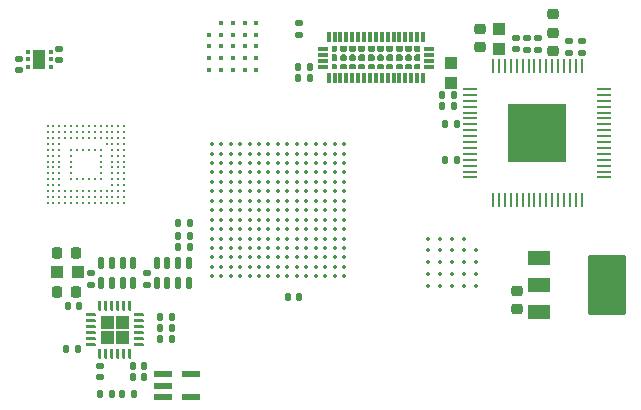
<source format=gtp>
%TF.GenerationSoftware,KiCad,Pcbnew,9.0.6-9.0.6~ubuntu24.04.1*%
%TF.CreationDate,2025-11-02T16:26:54+01:00*%
%TF.ProjectId,BB3plus CM5 STM32H7 module,42423370-6c75-4732-9043-4d352053544d,rev?*%
%TF.SameCoordinates,Original*%
%TF.FileFunction,Paste,Top*%
%TF.FilePolarity,Positive*%
%FSLAX46Y46*%
G04 Gerber Fmt 4.6, Leading zero omitted, Abs format (unit mm)*
G04 Created by KiCad (PCBNEW 9.0.6-9.0.6~ubuntu24.04.1) date 2025-11-02 16:26:54*
%MOMM*%
%LPD*%
G01*
G04 APERTURE LIST*
G04 Aperture macros list*
%AMRoundRect*
0 Rectangle with rounded corners*
0 $1 Rounding radius*
0 $2 $3 $4 $5 $6 $7 $8 $9 X,Y pos of 4 corners*
0 Add a 4 corners polygon primitive as box body*
4,1,4,$2,$3,$4,$5,$6,$7,$8,$9,$2,$3,0*
0 Add four circle primitives for the rounded corners*
1,1,$1+$1,$2,$3*
1,1,$1+$1,$4,$5*
1,1,$1+$1,$6,$7*
1,1,$1+$1,$8,$9*
0 Add four rect primitives between the rounded corners*
20,1,$1+$1,$2,$3,$4,$5,0*
20,1,$1+$1,$4,$5,$6,$7,0*
20,1,$1+$1,$6,$7,$8,$9,0*
20,1,$1+$1,$8,$9,$2,$3,0*%
G04 Aperture macros list end*
%ADD10C,0.000000*%
%ADD11RoundRect,0.225000X-0.225000X-0.250000X0.225000X-0.250000X0.225000X0.250000X-0.225000X0.250000X0*%
%ADD12RoundRect,0.135000X0.135000X0.185000X-0.135000X0.185000X-0.135000X-0.185000X0.135000X-0.185000X0*%
%ADD13RoundRect,0.140000X0.140000X0.170000X-0.140000X0.170000X-0.140000X-0.170000X0.140000X-0.170000X0*%
%ADD14RoundRect,0.050800X0.499200X-0.449200X0.499200X0.449200X-0.499200X0.449200X-0.499200X-0.449200X0*%
%ADD15RoundRect,0.140000X-0.140000X-0.170000X0.140000X-0.170000X0.140000X0.170000X-0.140000X0.170000X0*%
%ADD16RoundRect,0.135000X-0.185000X0.135000X-0.185000X-0.135000X0.185000X-0.135000X0.185000X0.135000X0*%
%ADD17RoundRect,0.140000X0.170000X-0.140000X0.170000X0.140000X-0.170000X0.140000X-0.170000X-0.140000X0*%
%ADD18C,0.355600*%
%ADD19R,0.228600X1.143000*%
%ADD20R,1.143000X0.228600*%
%ADD21R,5.000000X5.000000*%
%ADD22RoundRect,0.225000X-0.250000X0.225000X-0.250000X-0.225000X0.250000X-0.225000X0.250000X0.225000X0*%
%ADD23C,0.370000*%
%ADD24R,0.300000X0.850000*%
%ADD25R,0.850000X0.300000*%
%ADD26RoundRect,0.135000X0.185000X-0.135000X0.185000X0.135000X-0.185000X0.135000X-0.185000X-0.135000X0*%
%ADD27C,0.228600*%
%ADD28RoundRect,0.225000X0.225000X0.250000X-0.225000X0.250000X-0.225000X-0.250000X0.225000X-0.250000X0*%
%ADD29RoundRect,0.050800X-0.901700X-0.520700X0.901700X-0.520700X0.901700X0.520700X-0.901700X0.520700X0*%
%ADD30RoundRect,0.050800X-1.536700X-2.489200X1.536700X-2.489200X1.536700X2.489200X-1.536700X2.489200X0*%
%ADD31RoundRect,0.140000X-0.170000X0.140000X-0.170000X-0.140000X0.170000X-0.140000X0.170000X0.140000X0*%
%ADD32RoundRect,0.135000X-0.135000X-0.185000X0.135000X-0.185000X0.135000X0.185000X-0.135000X0.185000X0*%
%ADD33R,0.449999X0.299999*%
%ADD34R,1.000000X1.599999*%
%ADD35RoundRect,0.050800X0.199200X0.449200X-0.199200X0.449200X-0.199200X-0.449200X0.199200X-0.449200X0*%
%ADD36RoundRect,0.050800X-0.685800X-0.228600X0.685800X-0.228600X0.685800X0.228600X-0.685800X0.228600X0*%
%ADD37RoundRect,0.050800X-0.449200X-0.499200X0.449200X-0.499200X0.449200X0.499200X-0.449200X0.499200X0*%
%ADD38RoundRect,0.225000X0.250000X-0.225000X0.250000X0.225000X-0.250000X0.225000X-0.250000X-0.225000X0*%
%ADD39RoundRect,0.050800X-0.076200X-0.381000X0.076200X-0.381000X0.076200X0.381000X-0.076200X0.381000X0*%
%ADD40RoundRect,0.050800X-0.381000X0.076200X-0.381000X-0.076200X0.381000X-0.076200X0.381000X0.076200X0*%
G04 APERTURE END LIST*
D10*
%TO.C,IC9*%
G36*
X124160400Y-81144879D02*
G01*
X124018979Y-81286300D01*
X123709930Y-81286300D01*
X123709930Y-80829930D01*
X124160400Y-80829930D01*
X124160400Y-81144879D01*
G37*
G36*
X124160400Y-82415121D02*
G01*
X124160400Y-82730070D01*
X123709930Y-82730070D01*
X123709930Y-82273700D01*
X124018979Y-82273700D01*
X124160400Y-82415121D01*
G37*
G36*
X131110070Y-81286300D02*
G01*
X130801021Y-81286300D01*
X130659600Y-81144879D01*
X130659600Y-80829930D01*
X131110070Y-80829930D01*
X131110070Y-81286300D01*
G37*
G36*
X131110070Y-82730070D02*
G01*
X130659600Y-82730070D01*
X130659600Y-82415121D01*
X130801021Y-82273700D01*
X131110070Y-82273700D01*
X131110070Y-82730070D01*
G37*
G36*
X124160400Y-81627721D02*
G01*
X124160400Y-81932279D01*
X124018979Y-82073700D01*
X123709930Y-82073700D01*
X123709930Y-81486300D01*
X124018979Y-81486300D01*
X124160400Y-81627721D01*
G37*
G36*
X124947800Y-81144879D02*
G01*
X124806379Y-81286300D01*
X124501821Y-81286300D01*
X124360400Y-81144879D01*
X124360400Y-80829930D01*
X124947800Y-80829930D01*
X124947800Y-81144879D01*
G37*
G36*
X124947800Y-82415121D02*
G01*
X124947800Y-82730070D01*
X124360400Y-82730070D01*
X124360400Y-82415121D01*
X124501821Y-82273700D01*
X124806379Y-82273700D01*
X124947800Y-82415121D01*
G37*
G36*
X125735200Y-81144879D02*
G01*
X125593779Y-81286300D01*
X125289221Y-81286300D01*
X125147800Y-81144879D01*
X125147800Y-80829930D01*
X125735200Y-80829930D01*
X125735200Y-81144879D01*
G37*
G36*
X125735200Y-82415121D02*
G01*
X125735200Y-82730070D01*
X125147800Y-82730070D01*
X125147800Y-82415121D01*
X125289221Y-82273700D01*
X125593779Y-82273700D01*
X125735200Y-82415121D01*
G37*
G36*
X126522600Y-81144879D02*
G01*
X126381179Y-81286300D01*
X126076621Y-81286300D01*
X125935200Y-81144879D01*
X125935200Y-80829930D01*
X126522600Y-80829930D01*
X126522600Y-81144879D01*
G37*
G36*
X126522600Y-82415121D02*
G01*
X126522600Y-82730070D01*
X125935200Y-82730070D01*
X125935200Y-82415121D01*
X126076621Y-82273700D01*
X126381179Y-82273700D01*
X126522600Y-82415121D01*
G37*
G36*
X127310000Y-81144879D02*
G01*
X127168579Y-81286300D01*
X126864021Y-81286300D01*
X126722600Y-81144879D01*
X126722600Y-80829930D01*
X127310000Y-80829930D01*
X127310000Y-81144879D01*
G37*
G36*
X127310000Y-82415121D02*
G01*
X127310000Y-82730070D01*
X126722600Y-82730070D01*
X126722600Y-82415121D01*
X126864021Y-82273700D01*
X127168579Y-82273700D01*
X127310000Y-82415121D01*
G37*
G36*
X128097400Y-81144879D02*
G01*
X127955979Y-81286300D01*
X127651421Y-81286300D01*
X127510000Y-81144879D01*
X127510000Y-80829930D01*
X128097400Y-80829930D01*
X128097400Y-81144879D01*
G37*
G36*
X128097400Y-82415121D02*
G01*
X128097400Y-82730070D01*
X127510000Y-82730070D01*
X127510000Y-82415121D01*
X127651421Y-82273700D01*
X127955979Y-82273700D01*
X128097400Y-82415121D01*
G37*
G36*
X128884800Y-81144879D02*
G01*
X128743379Y-81286300D01*
X128438821Y-81286300D01*
X128297400Y-81144879D01*
X128297400Y-80829930D01*
X128884800Y-80829930D01*
X128884800Y-81144879D01*
G37*
G36*
X128884800Y-82415121D02*
G01*
X128884800Y-82730070D01*
X128297400Y-82730070D01*
X128297400Y-82415121D01*
X128438821Y-82273700D01*
X128743379Y-82273700D01*
X128884800Y-82415121D01*
G37*
G36*
X129672200Y-81144879D02*
G01*
X129530779Y-81286300D01*
X129226221Y-81286300D01*
X129084800Y-81144879D01*
X129084800Y-80829930D01*
X129672200Y-80829930D01*
X129672200Y-81144879D01*
G37*
G36*
X129672200Y-82415121D02*
G01*
X129672200Y-82730070D01*
X129084800Y-82730070D01*
X129084800Y-82415121D01*
X129226221Y-82273700D01*
X129530779Y-82273700D01*
X129672200Y-82415121D01*
G37*
G36*
X130459600Y-81144879D02*
G01*
X130318179Y-81286300D01*
X130013621Y-81286300D01*
X129872200Y-81144879D01*
X129872200Y-80829930D01*
X130459600Y-80829930D01*
X130459600Y-81144879D01*
G37*
G36*
X130459600Y-82415121D02*
G01*
X130459600Y-82730070D01*
X129872200Y-82730070D01*
X129872200Y-82415121D01*
X130013621Y-82273700D01*
X130318179Y-82273700D01*
X130459600Y-82415121D01*
G37*
G36*
X131110070Y-82073700D02*
G01*
X130801021Y-82073700D01*
X130659600Y-81932279D01*
X130659600Y-81627721D01*
X130801021Y-81486300D01*
X131110070Y-81486300D01*
X131110070Y-82073700D01*
G37*
G36*
X124947800Y-81627721D02*
G01*
X124947800Y-81932279D01*
X124806379Y-82073700D01*
X124501821Y-82073700D01*
X124360400Y-81932279D01*
X124360400Y-81627721D01*
X124501821Y-81486300D01*
X124806379Y-81486300D01*
X124947800Y-81627721D01*
G37*
G36*
X125735200Y-81627721D02*
G01*
X125735200Y-81932279D01*
X125593779Y-82073700D01*
X125289221Y-82073700D01*
X125147800Y-81932279D01*
X125147800Y-81627721D01*
X125289221Y-81486300D01*
X125593779Y-81486300D01*
X125735200Y-81627721D01*
G37*
G36*
X126522600Y-81627721D02*
G01*
X126522600Y-81932279D01*
X126381179Y-82073700D01*
X126076621Y-82073700D01*
X125935200Y-81932279D01*
X125935200Y-81627721D01*
X126076621Y-81486300D01*
X126381179Y-81486300D01*
X126522600Y-81627721D01*
G37*
G36*
X127310000Y-81627721D02*
G01*
X127310000Y-81932279D01*
X127168579Y-82073700D01*
X126864021Y-82073700D01*
X126722600Y-81932279D01*
X126722600Y-81627721D01*
X126864021Y-81486300D01*
X127168579Y-81486300D01*
X127310000Y-81627721D01*
G37*
G36*
X128097400Y-81627721D02*
G01*
X128097400Y-81932279D01*
X127955979Y-82073700D01*
X127651421Y-82073700D01*
X127510000Y-81932279D01*
X127510000Y-81627721D01*
X127651421Y-81486300D01*
X127955979Y-81486300D01*
X128097400Y-81627721D01*
G37*
G36*
X128884800Y-81627721D02*
G01*
X128884800Y-81932279D01*
X128743379Y-82073700D01*
X128438821Y-82073700D01*
X128297400Y-81932279D01*
X128297400Y-81627721D01*
X128438821Y-81486300D01*
X128743379Y-81486300D01*
X128884800Y-81627721D01*
G37*
G36*
X129672200Y-81627721D02*
G01*
X129672200Y-81932279D01*
X129530779Y-82073700D01*
X129226221Y-82073700D01*
X129084800Y-81932279D01*
X129084800Y-81627721D01*
X129226221Y-81486300D01*
X129530779Y-81486300D01*
X129672200Y-81627721D01*
G37*
G36*
X130459600Y-81627721D02*
G01*
X130459600Y-81932279D01*
X130318179Y-82073700D01*
X130013621Y-82073700D01*
X129872200Y-81932279D01*
X129872200Y-81627721D01*
X130013621Y-81486300D01*
X130318179Y-81486300D01*
X130459600Y-81627721D01*
G37*
%TO.C,IC4*%
G36*
X99355559Y-81120940D02*
G01*
X99364752Y-81123729D01*
X99373223Y-81128258D01*
X99380647Y-81134352D01*
X99386740Y-81141776D01*
X99391269Y-81150247D01*
X99394058Y-81159439D01*
X99395001Y-81169000D01*
X99395001Y-81771000D01*
X99394058Y-81780561D01*
X99391269Y-81789753D01*
X99386740Y-81798224D01*
X99380647Y-81805648D01*
X99373223Y-81811742D01*
X99364752Y-81816270D01*
X99355559Y-81819059D01*
X99345999Y-81820002D01*
X98443999Y-81820002D01*
X98434439Y-81819059D01*
X98425246Y-81816270D01*
X98416775Y-81811742D01*
X98409351Y-81805648D01*
X98403258Y-81798224D01*
X98398729Y-81789753D01*
X98395940Y-81780561D01*
X98394997Y-81771000D01*
X98394997Y-81169000D01*
X98395940Y-81159439D01*
X98398729Y-81150247D01*
X98403258Y-81141776D01*
X98409351Y-81134352D01*
X98416775Y-81128258D01*
X98425246Y-81123729D01*
X98434439Y-81120940D01*
X98443999Y-81120001D01*
X99345999Y-81120001D01*
X99355559Y-81120940D01*
G37*
G36*
X99355559Y-82020939D02*
G01*
X99364752Y-82023728D01*
X99373223Y-82028256D01*
X99380647Y-82034350D01*
X99386740Y-82041774D01*
X99391269Y-82050245D01*
X99394058Y-82059437D01*
X99395001Y-82068998D01*
X99395001Y-82670998D01*
X99394058Y-82680559D01*
X99391269Y-82689751D01*
X99386740Y-82698222D01*
X99380647Y-82705646D01*
X99373223Y-82711740D01*
X99364752Y-82716269D01*
X99355559Y-82719058D01*
X99345999Y-82719997D01*
X98443999Y-82719997D01*
X98434439Y-82719058D01*
X98425246Y-82716269D01*
X98416775Y-82711740D01*
X98409351Y-82705646D01*
X98403258Y-82698222D01*
X98398729Y-82689751D01*
X98395940Y-82680559D01*
X98394997Y-82670998D01*
X98394997Y-82068998D01*
X98395940Y-82059437D01*
X98398729Y-82050245D01*
X98403258Y-82041774D01*
X98409351Y-82034350D01*
X98416775Y-82028256D01*
X98425246Y-82023728D01*
X98434439Y-82020939D01*
X98443999Y-82019996D01*
X99345999Y-82019996D01*
X99355559Y-82020939D01*
G37*
%TO.C,IC6*%
G36*
X105242700Y-104752700D02*
G01*
X104121900Y-104752700D01*
X104121900Y-103631900D01*
X105242700Y-103631900D01*
X105242700Y-104752700D01*
G37*
G36*
X105242700Y-106048100D02*
G01*
X104121900Y-106048100D01*
X104121900Y-104927300D01*
X105242700Y-104927300D01*
X105242700Y-106048100D01*
G37*
G36*
X106538100Y-104752700D02*
G01*
X105417300Y-104752700D01*
X105417300Y-103631900D01*
X106538100Y-103631900D01*
X106538100Y-104752700D01*
G37*
G36*
X106538100Y-106048100D02*
G01*
X105417300Y-106048100D01*
X105417300Y-104927300D01*
X106538100Y-104927300D01*
X106538100Y-106048100D01*
G37*
%TD*%
D11*
%TO.C,C54*%
X101995000Y-98320000D03*
X100445000Y-98320000D03*
%TD*%
D12*
%TO.C,R21*%
X132980000Y-85850000D03*
X134000000Y-85850000D03*
%TD*%
D13*
%TO.C,C61*%
X133040000Y-84926801D03*
X134000000Y-84926801D03*
%TD*%
D12*
%TO.C,R2*%
X111700000Y-96890000D03*
X110680000Y-96890000D03*
%TD*%
D14*
%TO.C,FB4*%
X133790000Y-83910000D03*
X133790000Y-82210000D03*
%TD*%
D15*
%TO.C,C6*%
X119940000Y-102020000D03*
X120900000Y-102020000D03*
%TD*%
D16*
%TO.C,R6*%
X108010000Y-100000000D03*
X108010000Y-101020000D03*
%TD*%
D17*
%TO.C,C5*%
X100600000Y-82000000D03*
X100600000Y-81040000D03*
%TD*%
D13*
%TO.C,C62*%
X134265300Y-87416801D03*
X133305300Y-87416801D03*
%TD*%
D18*
%TO.C,IC7*%
X135849994Y-98095000D03*
X135849994Y-99095000D03*
X135849994Y-100095000D03*
X135849994Y-101095000D03*
X134849996Y-97095000D03*
X134849996Y-98095000D03*
X134849996Y-99095000D03*
X134849996Y-100095000D03*
X134849996Y-101095000D03*
X133849998Y-97095000D03*
X133849998Y-98095000D03*
X133849998Y-99095000D03*
X133849998Y-100095000D03*
X133849998Y-101095000D03*
X132850000Y-97095000D03*
X132850000Y-98095000D03*
X132850000Y-99095000D03*
X132850000Y-100095000D03*
X132850000Y-101095000D03*
X131850002Y-97095000D03*
X131850002Y-98095000D03*
X131850002Y-99095000D03*
X131850002Y-100095000D03*
X131850002Y-101095000D03*
%TD*%
D19*
%TO.C,IC8*%
X144840000Y-82493100D03*
X144340001Y-82493100D03*
X143840000Y-82493100D03*
X143340001Y-82493100D03*
X142839999Y-82493100D03*
X142340000Y-82493100D03*
X141840001Y-82493100D03*
X141340000Y-82493100D03*
X140840000Y-82493100D03*
X140339999Y-82493100D03*
X139840000Y-82493100D03*
X139340001Y-82493100D03*
X138839999Y-82493100D03*
X138340000Y-82493100D03*
X137839999Y-82493100D03*
X137340000Y-82493100D03*
D20*
X135413100Y-84420000D03*
X135413100Y-84919999D03*
X135413100Y-85420000D03*
X135413100Y-85919999D03*
X135413100Y-86420001D03*
X135413100Y-86920000D03*
X135413100Y-87419999D03*
X135413100Y-87920000D03*
X135413100Y-88420000D03*
X135413100Y-88920001D03*
X135413100Y-89420000D03*
X135413100Y-89919999D03*
X135413100Y-90420001D03*
X135413100Y-90920000D03*
X135413100Y-91420001D03*
X135413100Y-91920000D03*
D19*
X137340000Y-93846900D03*
X137839999Y-93846900D03*
X138340000Y-93846900D03*
X138839999Y-93846900D03*
X139340001Y-93846900D03*
X139840000Y-93846900D03*
X140339999Y-93846900D03*
X140840000Y-93846900D03*
X141340000Y-93846900D03*
X141840001Y-93846900D03*
X142340000Y-93846900D03*
X142839999Y-93846900D03*
X143340001Y-93846900D03*
X143840000Y-93846900D03*
X144340001Y-93846900D03*
X144840000Y-93846900D03*
D20*
X146766900Y-91920000D03*
X146766900Y-91420001D03*
X146766900Y-90920000D03*
X146766900Y-90420001D03*
X146766900Y-89919999D03*
X146766900Y-89420000D03*
X146766900Y-88920001D03*
X146766900Y-88420000D03*
X146766900Y-87920000D03*
X146766900Y-87419999D03*
X146766900Y-86920000D03*
X146766900Y-86420001D03*
X146766900Y-85919999D03*
X146766900Y-85420000D03*
X146766900Y-84919999D03*
X146766900Y-84420000D03*
D21*
X141090000Y-88170000D03*
%TD*%
D17*
%TO.C,C60*%
X144845300Y-81346801D03*
X144845300Y-80386801D03*
%TD*%
D22*
%TO.C,C1*%
X139347076Y-101520000D03*
X139347076Y-103070000D03*
%TD*%
D14*
%TO.C,FB3*%
X137870000Y-81070000D03*
X137870000Y-79370000D03*
%TD*%
D23*
%TO.C,IC10*%
X114300000Y-78830000D03*
X115300000Y-78830000D03*
X116300000Y-78830000D03*
X117300000Y-78830000D03*
X113300000Y-79830000D03*
X114300000Y-79830000D03*
X115300000Y-79830000D03*
X116300000Y-79830000D03*
X117300000Y-79830000D03*
X113300000Y-80830000D03*
X114300000Y-80830000D03*
X115300000Y-80830000D03*
X116300000Y-80830000D03*
X117300000Y-80830000D03*
X113300000Y-81830000D03*
X114300000Y-81830000D03*
X115300000Y-81830000D03*
X116300000Y-81830000D03*
X117300000Y-81830000D03*
X113300000Y-82830000D03*
X114300000Y-82830000D03*
X115300000Y-82830000D03*
X116300000Y-82830000D03*
X117300000Y-82830000D03*
%TD*%
D24*
%TO.C,IC9*%
X123410000Y-83505000D03*
X123909999Y-83505000D03*
X124410001Y-83505000D03*
X124910000Y-83505000D03*
X125409999Y-83505000D03*
X125910000Y-83505000D03*
X126409999Y-83505000D03*
X126910001Y-83505000D03*
X127410000Y-83505000D03*
X127909999Y-83505000D03*
X128410001Y-83505000D03*
X128910000Y-83505000D03*
X129410001Y-83505000D03*
X129910000Y-83505000D03*
X130409999Y-83505000D03*
X130910001Y-83505000D03*
X131410000Y-83505000D03*
D25*
X131885000Y-82530189D03*
X131885000Y-82030063D03*
X131885000Y-81529937D03*
X131885000Y-81029811D03*
D24*
X131410000Y-80055000D03*
X130910001Y-80055000D03*
X130409999Y-80055000D03*
X129910000Y-80055000D03*
X129410001Y-80055000D03*
X128910000Y-80055000D03*
X128410001Y-80055000D03*
X127909999Y-80055000D03*
X127410000Y-80055000D03*
X126910001Y-80055000D03*
X126409999Y-80055000D03*
X125910000Y-80055000D03*
X125409999Y-80055000D03*
X124910000Y-80055000D03*
X124410001Y-80055000D03*
X123909999Y-80055000D03*
X123410000Y-80055000D03*
D25*
X122935000Y-81029811D03*
X122935000Y-81529937D03*
X122935000Y-82030063D03*
X122935000Y-82530189D03*
%TD*%
D16*
%TO.C,R10*%
X103320700Y-100000000D03*
X103320700Y-101020000D03*
%TD*%
D13*
%TO.C,C68*%
X121820000Y-82580000D03*
X120860000Y-82580000D03*
%TD*%
%TO.C,C50*%
X107810700Y-108830000D03*
X106850700Y-108830000D03*
%TD*%
D26*
%TO.C,R22*%
X141120000Y-81090000D03*
X141120000Y-80070000D03*
%TD*%
D27*
%TO.C,IC5*%
X106110819Y-87569181D03*
X105610693Y-87569181D03*
X105110567Y-87569181D03*
X104610441Y-87569181D03*
X104110315Y-87569181D03*
X103610189Y-87569181D03*
X103110063Y-87569181D03*
X102609937Y-87569181D03*
X102109811Y-87569181D03*
X101609685Y-87569181D03*
X101109559Y-87569181D03*
X100609433Y-87569181D03*
X100109307Y-87569181D03*
X99609181Y-87569181D03*
X106110819Y-88069307D03*
X104610441Y-88069307D03*
X104110315Y-88069307D03*
X103610189Y-88069307D03*
X103110063Y-88069307D03*
X102609937Y-88069307D03*
X102109811Y-88069307D03*
X101609685Y-88069307D03*
X101109559Y-88069307D03*
X100609433Y-88069307D03*
X99609181Y-88069307D03*
X105110567Y-88569433D03*
X104610441Y-88569433D03*
X104110315Y-88569433D03*
X103610189Y-88569433D03*
X102609937Y-88569433D03*
X102109811Y-88569433D03*
X101609685Y-88569433D03*
X101109559Y-88569433D03*
X100609433Y-88569433D03*
X100109307Y-88569433D03*
X104610441Y-89069559D03*
X105110567Y-89569685D03*
X100109307Y-90069811D03*
X105610693Y-90569937D03*
X105110567Y-90569937D03*
X100609433Y-90569937D03*
X100109307Y-90569937D03*
X106110819Y-91070063D03*
X105610693Y-91070063D03*
X105110567Y-91070063D03*
X100609433Y-91070063D03*
X100109307Y-91070063D03*
X99609181Y-91070063D03*
X106110819Y-91570189D03*
X105610693Y-91570189D03*
X105110567Y-91570189D03*
X100609433Y-91570189D03*
X100109307Y-91570189D03*
X99609181Y-91570189D03*
X106110819Y-92070315D03*
X105610693Y-92070315D03*
X105110567Y-92070315D03*
X100609433Y-92070315D03*
X100109307Y-92070315D03*
X106110819Y-92570441D03*
X105610693Y-92570441D03*
X105110567Y-92570441D03*
X100609433Y-92570441D03*
X100109307Y-92570441D03*
X99609181Y-92570441D03*
X106110819Y-93070567D03*
X105610693Y-93070567D03*
X105110567Y-93070567D03*
X104610441Y-93070567D03*
X104110315Y-93070567D03*
X103610189Y-93070567D03*
X103110063Y-93070567D03*
X102609937Y-93070567D03*
X102109811Y-93070567D03*
X101609685Y-93070567D03*
X101109559Y-93070567D03*
X100609433Y-93070567D03*
X100109307Y-93070567D03*
X99609181Y-93070567D03*
X106110819Y-93570693D03*
X105610693Y-93570693D03*
X105110567Y-93570693D03*
X104610441Y-93570693D03*
X104110315Y-93570693D03*
X103610189Y-93570693D03*
X103110063Y-93570693D03*
X102609937Y-93570693D03*
X102109811Y-93570693D03*
X101609685Y-93570693D03*
X101109559Y-93570693D03*
X100609433Y-93570693D03*
X100109307Y-93570693D03*
X99609181Y-93570693D03*
X106110819Y-94070819D03*
X105610693Y-94070819D03*
X105110567Y-94070819D03*
X104610441Y-94070819D03*
X104110315Y-94070819D03*
X103610189Y-94070819D03*
X103110063Y-94070819D03*
X102609937Y-94070819D03*
X102109811Y-94070819D03*
X101609685Y-94070819D03*
X101109559Y-94070819D03*
X100609433Y-94070819D03*
X100109307Y-94070819D03*
X99609181Y-94070819D03*
X106110819Y-88569433D03*
X106110819Y-89069559D03*
X106110819Y-89569685D03*
X106110819Y-90069811D03*
X106110819Y-90569937D03*
X105610693Y-88069307D03*
X105610693Y-88569433D03*
X105610693Y-89069559D03*
X105610693Y-89569685D03*
X105610693Y-90069811D03*
X105110567Y-88069307D03*
X105110567Y-89069559D03*
X105110567Y-90069811D03*
X104110315Y-89569685D03*
X104110315Y-90069811D03*
X104110315Y-90569937D03*
X104110315Y-91070063D03*
X104110315Y-91570189D03*
X104110315Y-92070315D03*
X103610189Y-89569685D03*
X103610189Y-92070315D03*
X103110063Y-88569433D03*
X103110063Y-89569685D03*
X103110063Y-92070315D03*
X102609937Y-89569685D03*
X102609937Y-92070315D03*
X102109811Y-89569685D03*
X102109811Y-92070315D03*
X101609685Y-89569685D03*
X101609685Y-90069811D03*
X101609685Y-90569937D03*
X101609685Y-91070063D03*
X101609685Y-91570189D03*
X101609685Y-92070315D03*
X100609433Y-89069559D03*
X100609433Y-89569685D03*
X100609433Y-90069811D03*
X100109307Y-88069307D03*
X100109307Y-89069559D03*
X100109307Y-89569685D03*
X99609181Y-88569433D03*
X99609181Y-89069559D03*
X99609181Y-89569685D03*
X99609181Y-90069811D03*
X99609181Y-90569937D03*
X99609181Y-92070315D03*
%TD*%
D28*
%TO.C,C53*%
X102002000Y-101610000D03*
X100452000Y-101610000D03*
%TD*%
D15*
%TO.C,C49*%
X106850700Y-107910000D03*
X107810700Y-107910000D03*
%TD*%
D29*
%TO.C,IC1*%
X141207076Y-98718600D03*
X141207076Y-101030000D03*
X141207076Y-103341400D03*
D30*
X146972876Y-101030000D03*
%TD*%
D31*
%TO.C,C51*%
X104040000Y-107880000D03*
X104040000Y-108840000D03*
%TD*%
D32*
%TO.C,R9*%
X109120000Y-105580000D03*
X110140000Y-105580000D03*
%TD*%
D12*
%TO.C,R12*%
X106940000Y-110240000D03*
X105920000Y-110240000D03*
%TD*%
D13*
%TO.C,C52*%
X102290000Y-102810000D03*
X101330000Y-102810000D03*
%TD*%
D33*
%TO.C,IC4*%
X99869998Y-82570000D03*
X99869998Y-81919999D03*
X99869998Y-81270000D03*
X97920000Y-81270000D03*
X97920000Y-81919999D03*
X97920000Y-82570000D03*
D34*
X98894999Y-81919999D03*
%TD*%
D35*
%TO.C,RN2*%
X111550000Y-99130000D03*
X110650000Y-99130000D03*
X109750000Y-99130000D03*
X108850000Y-99130000D03*
X108850000Y-100830000D03*
X109750000Y-100830000D03*
X110650000Y-100830000D03*
X111550000Y-100830000D03*
%TD*%
D13*
%TO.C,C67*%
X121820000Y-83500000D03*
X120860000Y-83500000D03*
%TD*%
D26*
%TO.C,R20*%
X143770000Y-81390000D03*
X143770000Y-80370000D03*
%TD*%
D12*
%TO.C,R1*%
X111700000Y-97840000D03*
X110680000Y-97840000D03*
%TD*%
D17*
%TO.C,C2*%
X97190000Y-82810000D03*
X97190000Y-81850000D03*
%TD*%
D36*
%TO.C,IC2*%
X109380000Y-108600000D03*
X109380000Y-109550000D03*
X109380000Y-110500000D03*
X111767600Y-110500000D03*
X111767600Y-108600000D03*
%TD*%
D16*
%TO.C,R24*%
X120910000Y-78820000D03*
X120910000Y-79840000D03*
%TD*%
D13*
%TO.C,C64*%
X134265300Y-90406801D03*
X133305300Y-90406801D03*
%TD*%
D12*
%TO.C,R11*%
X102160000Y-106440000D03*
X101140000Y-106440000D03*
%TD*%
D32*
%TO.C,R8*%
X109120000Y-104640000D03*
X110140000Y-104640000D03*
%TD*%
D37*
%TO.C,FB2*%
X100453000Y-99960000D03*
X102153000Y-99960000D03*
%TD*%
D38*
%TO.C,JP1*%
X142410000Y-81220000D03*
X142410000Y-79670000D03*
X142410000Y-78120000D03*
%TD*%
D39*
%TO.C,IC6*%
X104080000Y-106859300D03*
X104580000Y-106859300D03*
X105080000Y-106859300D03*
X105580000Y-106859300D03*
X106080000Y-106859300D03*
X106580000Y-106859300D03*
D40*
X107349300Y-106090000D03*
X107349300Y-105590000D03*
X107349300Y-105090000D03*
X107349300Y-104590000D03*
X107349300Y-104090000D03*
X107349300Y-103590000D03*
D39*
X106580000Y-102820700D03*
X106080000Y-102820700D03*
X105580000Y-102820700D03*
X105080000Y-102820700D03*
X104580000Y-102820700D03*
X104080000Y-102820700D03*
D40*
X103310700Y-103590000D03*
X103310700Y-104090000D03*
X103310700Y-104590000D03*
X103310700Y-105090000D03*
X103310700Y-105590000D03*
X103310700Y-106090000D03*
%TD*%
D16*
%TO.C,R19*%
X140184700Y-80070000D03*
X140184700Y-81090000D03*
%TD*%
D22*
%TO.C,C66*%
X136220000Y-79360000D03*
X136220000Y-80910000D03*
%TD*%
D32*
%TO.C,R13*%
X104060000Y-110240000D03*
X105080000Y-110240000D03*
%TD*%
D12*
%TO.C,R3*%
X111710000Y-95760000D03*
X110690000Y-95760000D03*
%TD*%
%TO.C,R7*%
X110140000Y-103700000D03*
X109120000Y-103700000D03*
%TD*%
D35*
%TO.C,RN1*%
X106860000Y-99130000D03*
X105960000Y-99130000D03*
X105060000Y-99130000D03*
X104160000Y-99130000D03*
X104160000Y-100830000D03*
X105060000Y-100830000D03*
X105960000Y-100830000D03*
X106860000Y-100830000D03*
%TD*%
D17*
%TO.C,C63*%
X139260000Y-81040000D03*
X139260000Y-80080000D03*
%TD*%
D18*
%TO.C,IC3*%
X113520003Y-100293012D03*
X113520003Y-99493012D03*
X113520003Y-98693013D03*
X113520003Y-97893013D03*
X113520003Y-97093013D03*
X113520003Y-96293013D03*
X113520003Y-95493013D03*
X113520003Y-94693013D03*
X113520003Y-93893013D03*
X113520003Y-93093013D03*
X113520003Y-92293013D03*
X113520003Y-91493013D03*
X113520003Y-90693013D03*
X113520003Y-89893014D03*
X113520003Y-89093014D03*
X114320003Y-100293012D03*
X114320003Y-99493012D03*
X114320003Y-98693013D03*
X114320003Y-97893013D03*
X114320003Y-97093013D03*
X114320003Y-96293013D03*
X114320003Y-95493013D03*
X114320003Y-94693013D03*
X114320003Y-93893013D03*
X114320003Y-93093013D03*
X114320003Y-92293013D03*
X114320003Y-91493013D03*
X114320003Y-90693013D03*
X114320003Y-89893014D03*
X114320003Y-89093014D03*
X115120002Y-100293012D03*
X115120002Y-99493012D03*
X115120002Y-98693013D03*
X115120002Y-97893013D03*
X115120002Y-97093013D03*
X115120002Y-96293013D03*
X115120002Y-95493013D03*
X115120002Y-94693013D03*
X115120002Y-93893013D03*
X115120002Y-93093013D03*
X115120002Y-92293013D03*
X115120002Y-91493013D03*
X115120002Y-90693013D03*
X115120002Y-89893014D03*
X115120002Y-89093014D03*
X115920002Y-100293012D03*
X115920002Y-99493012D03*
X115920002Y-98693013D03*
X115920002Y-97893013D03*
X115920002Y-97093013D03*
X115920002Y-96293013D03*
X115920002Y-95493013D03*
X115920002Y-94693013D03*
X115920002Y-93893013D03*
X115920002Y-93093013D03*
X115920002Y-92293013D03*
X115920002Y-91493013D03*
X115920002Y-90693013D03*
X115920002Y-89893014D03*
X115920002Y-89093014D03*
X116720002Y-100293012D03*
X116720002Y-99493012D03*
X116720002Y-98693013D03*
X116720002Y-97893013D03*
X116720002Y-97093013D03*
X116720002Y-96293013D03*
X116720002Y-95493013D03*
X116720002Y-94693013D03*
X116720002Y-93893013D03*
X116720002Y-93093013D03*
X116720002Y-92293013D03*
X116720002Y-91493013D03*
X116720002Y-90693013D03*
X116720002Y-89893014D03*
X116720002Y-89093014D03*
X117520002Y-100293012D03*
X117520002Y-99493012D03*
X117520002Y-98693013D03*
X117520002Y-97893013D03*
X117520002Y-97093013D03*
X117520002Y-96293013D03*
X117520002Y-95493013D03*
X117520002Y-94693013D03*
X117520002Y-93893013D03*
X117520002Y-93093013D03*
X117520002Y-92293013D03*
X117520002Y-91493013D03*
X117520002Y-90693013D03*
X117520002Y-89893014D03*
X117520002Y-89093014D03*
X118320002Y-100293012D03*
X118320002Y-99493012D03*
X118320002Y-98693013D03*
X118320002Y-97893013D03*
X118320002Y-97093013D03*
X118320002Y-96293013D03*
X118320002Y-95493013D03*
X118320002Y-94693013D03*
X118320002Y-93893013D03*
X118320002Y-93093013D03*
X118320002Y-92293013D03*
X118320002Y-91493013D03*
X118320002Y-90693013D03*
X118320002Y-89893014D03*
X118320002Y-89093014D03*
X119120002Y-100293012D03*
X119120002Y-99493012D03*
X119120002Y-98693013D03*
X119120002Y-97893013D03*
X119120002Y-97093013D03*
X119120002Y-96293013D03*
X119120002Y-95493013D03*
X119120002Y-94693013D03*
X119120002Y-93893013D03*
X119120002Y-93093013D03*
X119120002Y-92293013D03*
X119120002Y-91493013D03*
X119120002Y-90693013D03*
X119120002Y-89893014D03*
X119120002Y-89093014D03*
X119920002Y-100293012D03*
X119920002Y-99493012D03*
X119920002Y-98693013D03*
X119920002Y-97893013D03*
X119920002Y-97093013D03*
X119920002Y-96293013D03*
X119920002Y-95493013D03*
X119920002Y-94693013D03*
X119920002Y-93893013D03*
X119920002Y-93093013D03*
X119920002Y-92293013D03*
X119920002Y-91493013D03*
X119920002Y-90693013D03*
X119920002Y-89893014D03*
X119920002Y-89093014D03*
X120720002Y-100293012D03*
X120720002Y-99493012D03*
X120720002Y-98693013D03*
X120720002Y-97893013D03*
X120720002Y-97093013D03*
X120720002Y-96293013D03*
X120720002Y-95493013D03*
X120720002Y-94693013D03*
X120720002Y-93893013D03*
X120720002Y-93093013D03*
X120720002Y-92293013D03*
X120720002Y-91493013D03*
X120720002Y-90693013D03*
X120720002Y-89893014D03*
X120720002Y-89093014D03*
X121520002Y-100293012D03*
X121520002Y-99493012D03*
X121520002Y-98693013D03*
X121520002Y-97893013D03*
X121520002Y-97093013D03*
X121520002Y-96293013D03*
X121520002Y-95493013D03*
X121520002Y-94693013D03*
X121520002Y-93893013D03*
X121520002Y-93093013D03*
X121520002Y-92293013D03*
X121520002Y-91493013D03*
X121520002Y-90693013D03*
X121520002Y-89893014D03*
X121520002Y-89093014D03*
X122320002Y-100293012D03*
X122320002Y-99493012D03*
X122320002Y-98693013D03*
X122320002Y-97893013D03*
X122320002Y-97093013D03*
X122320002Y-96293013D03*
X122320002Y-95493013D03*
X122320002Y-94693013D03*
X122320002Y-93893013D03*
X122320002Y-93093013D03*
X122320002Y-92293013D03*
X122320002Y-91493013D03*
X122320002Y-90693013D03*
X122320002Y-89893014D03*
X122320002Y-89093014D03*
X123120002Y-100293012D03*
X123120002Y-99493012D03*
X123120002Y-98693013D03*
X123120002Y-97893013D03*
X123120002Y-97093013D03*
X123120002Y-96293013D03*
X123120002Y-95493013D03*
X123120002Y-94693013D03*
X123120002Y-93893013D03*
X123120002Y-93093013D03*
X123120002Y-92293013D03*
X123120002Y-91493013D03*
X123120002Y-90693013D03*
X123120002Y-89893014D03*
X123120002Y-89093014D03*
X123920001Y-100293012D03*
X123920001Y-99493012D03*
X123920001Y-98693013D03*
X123920001Y-97893013D03*
X123920001Y-97093013D03*
X123920001Y-96293013D03*
X123920001Y-95493013D03*
X123920001Y-94693013D03*
X123920001Y-93893013D03*
X123920001Y-93093013D03*
X123920001Y-92293013D03*
X123920001Y-91493013D03*
X123920001Y-90693013D03*
X123920001Y-89893014D03*
X123920001Y-89093014D03*
X124720001Y-100293012D03*
X124720001Y-99493012D03*
X124720001Y-98693013D03*
X124720001Y-97893013D03*
X124720001Y-97093013D03*
X124720001Y-96293013D03*
X124720001Y-95493013D03*
X124720001Y-94693013D03*
X124720001Y-93893013D03*
X124720001Y-93093013D03*
X124720001Y-92293013D03*
X124720001Y-91493013D03*
X124720001Y-90693013D03*
X124720001Y-89893014D03*
X124720001Y-89093014D03*
%TD*%
M02*

</source>
